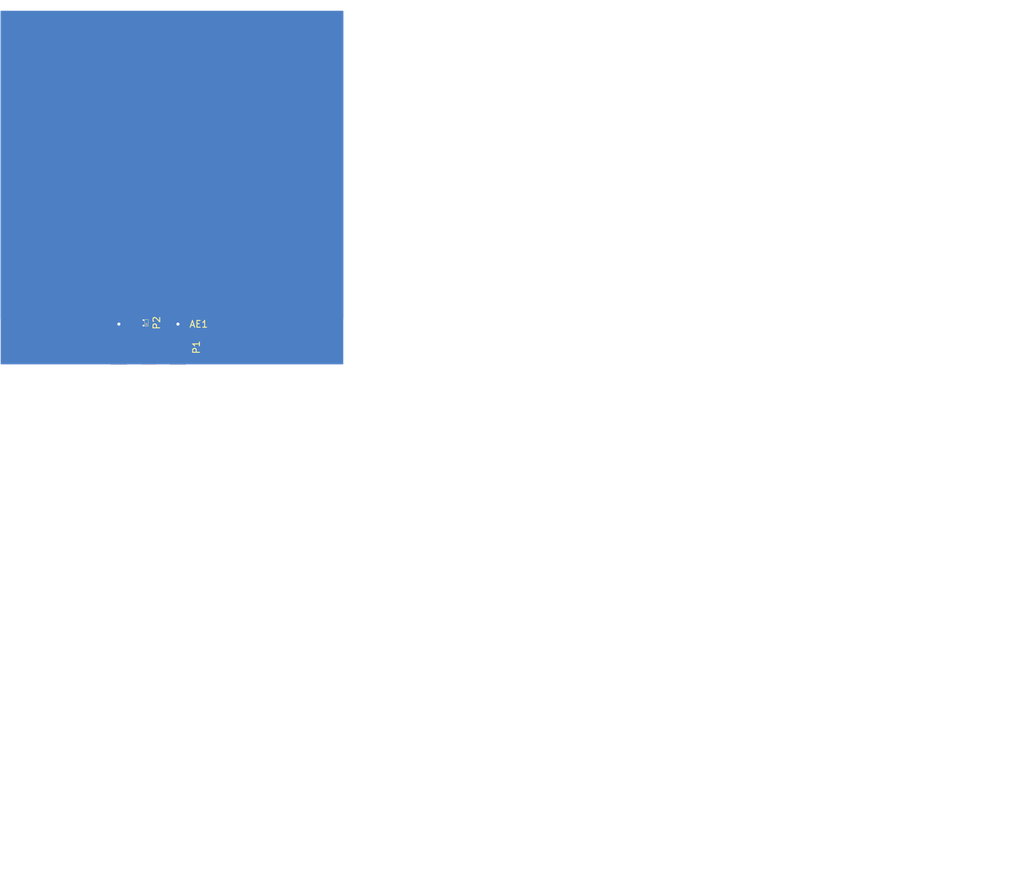
<source format=kicad_pcb>
(kicad_pcb (version 4) (host pcbnew 4.0.5)

  (general
    (links 10)
    (no_connects 0)
    (area 123.063 64.376 274.637143 194.39)
    (thickness 1.6)
    (drawings 7)
    (tracks 23)
    (zones 0)
    (modules 3)
    (nets 4)
  )

  (page A4)
  (layers
    (0 F.Cu signal)
    (31 B.Cu signal)
    (32 B.Adhes user hide)
    (33 F.Adhes user hide)
    (34 B.Paste user hide)
    (35 F.Paste user hide)
    (36 B.SilkS user hide)
    (37 F.SilkS user hide)
    (38 B.Mask user)
    (39 F.Mask user)
    (40 Dwgs.User user)
    (41 Cmts.User user)
    (42 Eco1.User user hide)
    (43 Eco2.User user)
    (44 Edge.Cuts user)
    (45 Margin user)
    (46 B.CrtYd user)
    (47 F.CrtYd user)
    (48 B.Fab user)
    (49 F.Fab user)
  )

  (setup
    (last_trace_width 0.3556)
    (user_trace_width 0.381)
    (user_trace_width 0.4064)
    (user_trace_width 0.4318)
    (user_trace_width 0.4572)
    (user_trace_width 0.4826)
    (user_trace_width 0.508)
    (trace_clearance 0.127)
    (zone_clearance 0.1397)
    (zone_45_only yes)
    (trace_min 0.127)
    (segment_width 0.2)
    (edge_width 0.15)
    (via_size 0.508)
    (via_drill 0.254)
    (via_min_size 0.3556)
    (via_min_drill 0.254)
    (uvia_size 0.3)
    (uvia_drill 0.1)
    (uvias_allowed no)
    (uvia_min_size 0.2)
    (uvia_min_drill 0.1)
    (pcb_text_width 0.3)
    (pcb_text_size 1.5 1.5)
    (mod_edge_width 0.15)
    (mod_text_size 1 1)
    (mod_text_width 0.15)
    (pad_size 0.356 0.356)
    (pad_drill 0.254)
    (pad_to_mask_clearance 0.2)
    (aux_axis_origin 123.19 118.491)
    (visible_elements 7FFEFF7F)
    (pcbplotparams
      (layerselection 0x020f0_80000001)
      (usegerberextensions false)
      (excludeedgelayer true)
      (linewidth 0.025400)
      (plotframeref false)
      (viasonmask false)
      (mode 1)
      (useauxorigin true)
      (hpglpennumber 1)
      (hpglpenspeed 20)
      (hpglpendiameter 15)
      (hpglpenoverlay 2)
      (psnegative false)
      (psa4output false)
      (plotreference true)
      (plotvalue true)
      (plotinvisibletext false)
      (padsonsilk false)
      (subtractmaskfromsilk false)
      (outputformat 1)
      (mirror false)
      (drillshape 0)
      (scaleselection 1)
      (outputdirectory artwork/))
  )

  (net 0 "")
  (net 1 /SIG_BAL)
  (net 2 /SIG_UNBAL)
  (net 3 GND)

  (net_class Default "This is the default net class."
    (clearance 0.127)
    (trace_width 0.3556)
    (via_dia 0.508)
    (via_drill 0.254)
    (uvia_dia 0.3)
    (uvia_drill 0.1)
    (add_net /SIG_BAL)
    (add_net /SIG_UNBAL)
    (add_net GND)
  )

  (module Misc:Molex_SMA_Jack_Edge_Mount (layer F.Cu) (tedit 58CB59F0) (tstamp 58CB6057)
    (at 145.0975 114.2365 90)
    (descr "Molex SMA Jack, Edge Mount")
    (tags "sma edge")
    (path /58CB1CBC)
    (attr smd)
    (fp_text reference P1 (at -1.72 7.11 90) (layer F.SilkS)
      (effects (font (size 1 1) (thickness 0.15)))
    )
    (fp_text value SMA (at -1.72 -7.11 90) (layer F.Fab)
      (effects (font (size 1 1) (thickness 0.15)))
    )
    (fp_line (start -4.76 -0.38) (end 0.49 -0.38) (layer F.Fab) (width 0.1))
    (fp_line (start -4.76 0.38) (end 0.49 0.38) (layer F.Fab) (width 0.1))
    (fp_line (start 0.49 -0.38) (end 0.49 0.38) (layer F.Fab) (width 0.1))
    (fp_line (start 0.49 3.75) (end 0.49 4.76) (layer F.Fab) (width 0.1))
    (fp_line (start 0.49 -4.76) (end 0.49 -3.75) (layer F.Fab) (width 0.1))
    (fp_line (start -14.29 -6.09) (end -14.29 6.09) (layer F.CrtYd) (width 0.05))
    (fp_line (start -14.29 6.09) (end 2.71 6.09) (layer F.CrtYd) (width 0.05))
    (fp_line (start 2.71 -6.09) (end 2.71 6.09) (layer B.CrtYd) (width 0.05))
    (fp_line (start -14.29 -6.09) (end 2.71 -6.09) (layer B.CrtYd) (width 0.05))
    (fp_line (start -14.29 -6.09) (end -14.29 6.09) (layer B.CrtYd) (width 0.05))
    (fp_line (start -14.29 6.09) (end 2.71 6.09) (layer B.CrtYd) (width 0.05))
    (fp_line (start 2.71 -6.09) (end 2.71 6.09) (layer F.CrtYd) (width 0.05))
    (fp_line (start 2.71 -6.09) (end -14.29 -6.09) (layer F.CrtYd) (width 0.05))
    (fp_line (start -4.76 -3.75) (end 0.49 -3.75) (layer F.Fab) (width 0.1))
    (fp_line (start -4.76 3.75) (end 0.49 3.75) (layer F.Fab) (width 0.1))
    (fp_line (start -13.79 -2.65) (end -5.91 -2.65) (layer F.Fab) (width 0.1))
    (fp_line (start -13.79 -2.65) (end -13.79 2.65) (layer F.Fab) (width 0.1))
    (fp_line (start -13.79 2.65) (end -5.91 2.65) (layer F.Fab) (width 0.1))
    (fp_line (start -4.76 -3.75) (end -4.76 3.75) (layer F.Fab) (width 0.1))
    (fp_line (start 0.49 -4.76) (end -5.91 -4.76) (layer F.Fab) (width 0.1))
    (fp_line (start -5.91 -4.76) (end -5.91 4.76) (layer F.Fab) (width 0.1))
    (fp_line (start -5.91 4.76) (end 0.49 4.76) (layer F.Fab) (width 0.1))
    (pad 1 smd rect (at -1.72 0 90) (size 5.08 2.29) (layers F.Cu F.Paste F.Mask)
      (net 2 /SIG_UNBAL))
    (pad 2 smd rect (at -1.02 -4.38 90) (size 6.48 2.42) (layers F.Cu F.Paste F.Mask)
      (net 3 GND))
    (pad 2 smd rect (at -1.02 4.38 90) (size 6.48 2.42) (layers F.Cu F.Paste F.Mask)
      (net 3 GND))
    (pad 2 smd rect (at -1.02 -4.38 90) (size 6.48 2.42) (layers B.Cu B.Paste B.Mask)
      (net 3 GND))
    (pad 2 smd rect (at -1.02 4.38 90) (size 6.48 2.42) (layers B.Cu B.Paste B.Mask)
      (net 3 GND))
    (pad 2 thru_hole circle (at 1.72 -4.38 90) (size 0.97 0.97) (drill 0.46) (layers *.Cu)
      (net 3 GND) (zone_connect 2))
    (pad 2 thru_hole circle (at 1.72 4.38 90) (size 0.97 0.97) (drill 0.46) (layers *.Cu)
      (net 3 GND) (zone_connect 2))
  )

  (module Misc:TDK_Balun_HHM1902B1 (layer F.Cu) (tedit 58CB196B) (tstamp 58CB3A0C)
    (at 144.8181 112.3315 90)
    (descr "2.4GHz TDK Balun")
    (tags "balun 2.4 tdk")
    (path /58CB1C3C)
    (fp_text reference P2 (at 0 1.5 90) (layer F.SilkS)
      (effects (font (size 1 1) (thickness 0.15)))
    )
    (fp_text value Balun (at 0 -1.5 90) (layer F.Fab)
      (effects (font (size 1 1) (thickness 0.15)))
    )
    (fp_line (start -0.55 -0.5) (end -0.55 0.5) (layer F.CrtYd) (width 0.05))
    (fp_line (start -0.55 0.5) (end 0.55 0.5) (layer F.CrtYd) (width 0.05))
    (fp_line (start 0.55 0.5) (end 0.55 -0.5) (layer F.CrtYd) (width 0.05))
    (fp_line (start 0.55 -0.5) (end -0.55 -0.5) (layer F.CrtYd) (width 0.05))
    (fp_line (start -0.35 -0.075) (end -0.35 0.075) (layer F.SilkS) (width 0.05))
    (fp_line (start -0.35 0.075) (end -0.075 0.075) (layer F.SilkS) (width 0.05))
    (fp_line (start -0.075 0.075) (end -0.075 -0.075) (layer F.SilkS) (width 0.05))
    (fp_line (start -0.075 -0.075) (end -0.35 -0.075) (layer F.SilkS) (width 0.05))
    (fp_line (start -0.5 -0.25) (end -0.5 0.25) (layer F.SilkS) (width 0.05))
    (fp_line (start -0.5 0.25) (end 0.5 0.25) (layer F.SilkS) (width 0.05))
    (fp_line (start 0.5 0.25) (end 0.5 -0.25) (layer F.SilkS) (width 0.05))
    (fp_line (start 0.5 -0.25) (end -0.5 -0.25) (layer F.SilkS) (width 0.05))
    (pad 1 smd rect (at -0.25 0.275 90) (size 0.3 0.35) (layers F.Cu F.Paste F.Mask)
      (net 2 /SIG_UNBAL))
    (pad 2 smd rect (at 0.25 0.275 90) (size 0.3 0.35) (layers F.Cu F.Paste F.Mask)
      (net 1 /SIG_BAL))
    (pad 3 smd rect (at 0.25 -0.275 90) (size 0.3 0.35) (layers F.Cu F.Paste F.Mask)
      (net 3 GND))
    (pad 4 smd rect (at -0.25 -0.275 90) (size 0.3 0.35) (layers F.Cu F.Paste F.Mask)
      (net 3 GND))
  )

  (module Antennas:Patch_Antenna_2.4GHz (layer F.Cu) (tedit 58E575EB) (tstamp 58E570B5)
    (at 148.59 88.9)
    (descr "2.4GHz Patch Antenna")
    (tags "antenna patch 2.4")
    (path /58CB1D57)
    (fp_text reference AE1 (at 3.9624 23.622) (layer F.SilkS)
      (effects (font (size 1 1) (thickness 0.15)))
    )
    (fp_text value Antenna_Shield (at 0 -23.622) (layer F.Fab)
      (effects (font (size 1 1) (thickness 0.15)))
    )
    (pad 2 smd rect (at 0 0) (size 50.8 45.72) (layers B.Cu)
      (net 3 GND))
    (pad 1 smd rect (at 0 0) (size 34.925 30.48) (layers F.Cu)
      (net 1 /SIG_BAL))
  )

  (gr_line (start 123.19 118.491) (end 123.19 66.04) (angle 90) (layer Margin) (width 0.2))
  (gr_line (start 173.99 118.491) (end 123.19 118.491) (angle 90) (layer Margin) (width 0.2))
  (gr_line (start 173.99 66.04) (end 173.99 118.491) (angle 90) (layer Margin) (width 0.2))
  (gr_line (start 123.19 66.04) (end 173.99 66.04) (angle 90) (layer Margin) (width 0.2))
  (gr_text 0.1.1 (at 271.78 193.04) (layer Cmts.User)
    (effects (font (size 1.5 1.5) (thickness 0.3)))
  )
  (gr_text "April 5. 2017" (at 214.63 193.04) (layer Cmts.User)
    (effects (font (size 1.5 1.5) (thickness 0.3)))
  )
  (gr_text "Patch Balun Test Board" (at 199.39 189.23) (layer Cmts.User)
    (effects (font (size 1.5 1.5) (thickness 0.3)))
  )

  (segment (start 145.0931 112.0815) (end 145.0931 111.9295) (width 0.3556) (layer F.Cu) (net 1))
  (segment (start 145.0975 111.8489) (end 145.0975 92.3925) (width 0.508) (layer F.Cu) (net 1) (tstamp 58E574A5))
  (segment (start 145.0975 111.8616) (end 145.0975 111.8489) (width 0.508) (layer F.Cu) (net 1) (tstamp 58E574A2))
  (segment (start 145.0975 111.8743) (end 145.0975 111.8616) (width 0.4826) (layer F.Cu) (net 1) (tstamp 58E5749F))
  (segment (start 145.0975 111.887) (end 145.0975 111.8743) (width 0.4572) (layer F.Cu) (net 1) (tstamp 58E5749C))
  (segment (start 145.0975 111.8997) (end 145.0975 111.887) (width 0.4318) (layer F.Cu) (net 1) (tstamp 58E5749A))
  (segment (start 145.0975 111.9251) (end 145.0975 111.8997) (width 0.4064) (layer F.Cu) (net 1) (tstamp 58E57496))
  (segment (start 145.0931 111.9295) (end 145.0975 111.9251) (width 0.381) (layer F.Cu) (net 1) (tstamp 58E57490))
  (segment (start 145.0975 92.3925) (end 148.59 88.9) (width 0.508) (layer F.Cu) (net 1) (tstamp 58E574A8))
  (segment (start 145.0931 112.5815) (end 145.0931 112.7335) (width 0.3556) (layer F.Cu) (net 2))
  (segment (start 145.0975 112.8141) (end 145.0975 115.9565) (width 0.508) (layer F.Cu) (net 2) (tstamp 58E57442))
  (segment (start 145.0975 112.8014) (end 145.0975 112.8141) (width 0.508) (layer F.Cu) (net 2) (tstamp 58E5743E))
  (segment (start 145.0975 112.7887) (end 145.0975 112.8014) (width 0.4826) (layer F.Cu) (net 2) (tstamp 58E5743A))
  (segment (start 145.0975 112.776) (end 145.0975 112.7887) (width 0.4572) (layer F.Cu) (net 2) (tstamp 58E57436))
  (segment (start 145.0975 112.7633) (end 145.0975 112.776) (width 0.4318) (layer F.Cu) (net 2) (tstamp 58E57432))
  (segment (start 145.0975 112.7379) (end 145.0975 112.7633) (width 0.4064) (layer F.Cu) (net 2) (tstamp 58E5742D))
  (segment (start 145.0931 112.7335) (end 145.0975 112.7379) (width 0.381) (layer F.Cu) (net 2) (tstamp 58E57429))
  (segment (start 144.5431 112.0815) (end 144.3867 111.9251) (width 0.3556) (layer F.Cu) (net 3))
  (via (at 144.3609 111.9251) (size 0.508) (drill 0.254) (layers F.Cu B.Cu) (net 3))
  (segment (start 144.3867 111.9251) (end 144.3609 111.9251) (width 0.3556) (layer F.Cu) (net 3) (tstamp 58E575C6))
  (segment (start 144.5431 112.5815) (end 144.3867 112.7379) (width 0.3556) (layer F.Cu) (net 3))
  (via (at 144.3609 112.7379) (size 0.508) (drill 0.254) (layers F.Cu B.Cu) (net 3))
  (segment (start 144.3867 112.7379) (end 144.3609 112.7379) (width 0.3556) (layer F.Cu) (net 3) (tstamp 58E575B9))

  (zone (net 3) (net_name GND) (layer B.Cu) (tstamp 58E57514) (hatch edge 0.508)
    (connect_pads thru_hole_only (clearance 0.1397))
    (min_thickness 0.1397)
    (fill yes (arc_segments 16) (thermal_gap 0.508) (thermal_bridge_width 0.508))
    (polygon
      (pts
        (xy 173.99 118.491) (xy 123.19 118.491) (xy 123.19 66.04) (xy 173.99 66.04)
      )
    )
    (filled_polygon
      (pts
        (xy 173.92015 118.42115) (xy 123.25985 118.42115) (xy 123.25985 66.10985) (xy 173.92015 66.10985)
      )
    )
  )
)

</source>
